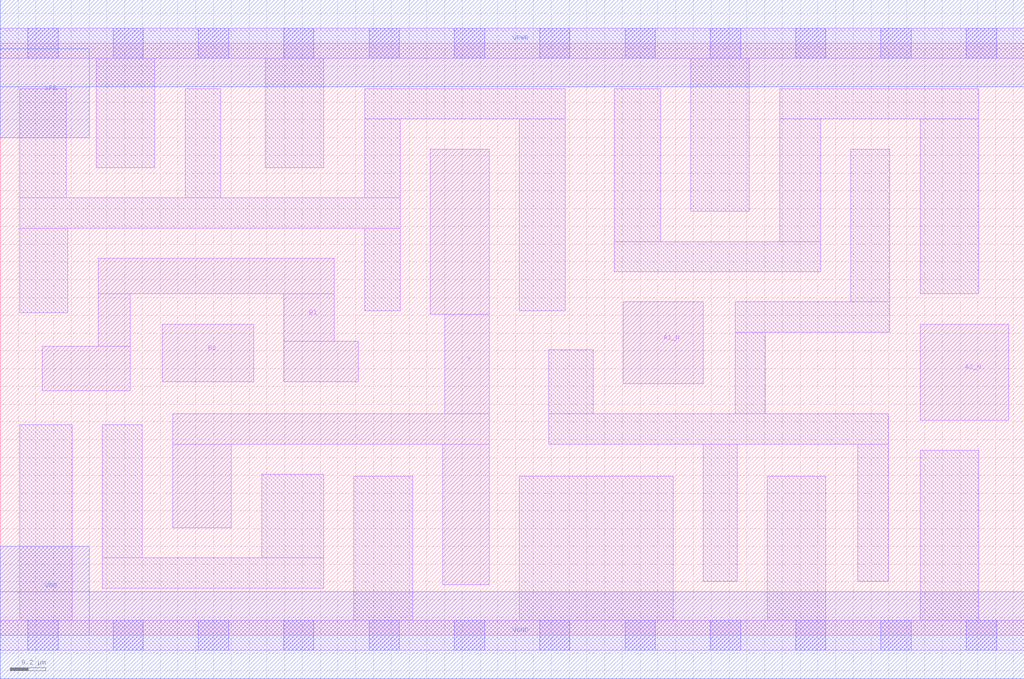
<source format=lef>
# Copyright 2020 The SkyWater PDK Authors
#
# Licensed under the Apache License, Version 2.0 (the "License");
# you may not use this file except in compliance with the License.
# You may obtain a copy of the License at
#
#     https://www.apache.org/licenses/LICENSE-2.0
#
# Unless required by applicable law or agreed to in writing, software
# distributed under the License is distributed on an "AS IS" BASIS,
# WITHOUT WARRANTIES OR CONDITIONS OF ANY KIND, either express or implied.
# See the License for the specific language governing permissions and
# limitations under the License.
#
# SPDX-License-Identifier: Apache-2.0

VERSION 5.5 ;
NAMESCASESENSITIVE ON ;
BUSBITCHARS "[]" ;
DIVIDERCHAR "/" ;
MACRO sky130_fd_sc_lp__a2bb2oi_2
  CLASS CORE ;
  SOURCE USER ;
  ORIGIN  0.000000  0.000000 ;
  SIZE  5.760000 BY  3.330000 ;
  SYMMETRY X Y R90 ;
  SITE unit ;
  PIN A1_N
    ANTENNAGATEAREA  0.630000 ;
    DIRECTION INPUT ;
    USE SIGNAL ;
    PORT
      LAYER li1 ;
        RECT 3.505000 1.415000 3.955000 1.875000 ;
    END
  END A1_N
  PIN A2_N
    ANTENNAGATEAREA  0.630000 ;
    DIRECTION INPUT ;
    USE SIGNAL ;
    PORT
      LAYER li1 ;
        RECT 5.175000 1.210000 5.675000 1.750000 ;
    END
  END A2_N
  PIN B1
    ANTENNAGATEAREA  0.630000 ;
    DIRECTION INPUT ;
    USE SIGNAL ;
    PORT
      LAYER li1 ;
        RECT 0.235000 1.375000 0.730000 1.625000 ;
        RECT 0.550000 1.625000 0.730000 1.920000 ;
        RECT 0.550000 1.920000 1.880000 2.120000 ;
        RECT 1.595000 1.425000 2.015000 1.655000 ;
        RECT 1.595000 1.655000 1.880000 1.920000 ;
    END
  END B1
  PIN B2
    ANTENNAGATEAREA  0.630000 ;
    DIRECTION INPUT ;
    USE SIGNAL ;
    PORT
      LAYER li1 ;
        RECT 0.910000 1.425000 1.425000 1.750000 ;
    END
  END B2
  PIN Y
    ANTENNADIFFAREA  0.823200 ;
    DIRECTION OUTPUT ;
    USE SIGNAL ;
    PORT
      LAYER li1 ;
        RECT 0.970000 0.605000 1.300000 1.075000 ;
        RECT 0.970000 1.075000 2.750000 1.245000 ;
        RECT 2.420000 1.805000 2.750000 2.735000 ;
        RECT 2.490000 0.285000 2.750000 1.075000 ;
        RECT 2.500000 1.245000 2.750000 1.805000 ;
    END
  END Y
  PIN VGND
    DIRECTION INOUT ;
    USE GROUND ;
    PORT
      LAYER met1 ;
        RECT 0.000000 -0.245000 5.760000 0.245000 ;
    END
  END VGND
  PIN VNB
    DIRECTION INOUT ;
    USE GROUND ;
    PORT
      LAYER met1 ;
        RECT 0.000000 0.000000 0.500000 0.500000 ;
    END
  END VNB
  PIN VPB
    DIRECTION INOUT ;
    USE POWER ;
    PORT
      LAYER met1 ;
        RECT 0.000000 2.800000 0.500000 3.300000 ;
    END
  END VPB
  PIN VPWR
    DIRECTION INOUT ;
    USE POWER ;
    PORT
      LAYER met1 ;
        RECT 0.000000 3.085000 5.760000 3.575000 ;
    END
  END VPWR
  OBS
    LAYER li1 ;
      RECT 0.000000 -0.085000 5.760000 0.085000 ;
      RECT 0.000000  3.245000 5.760000 3.415000 ;
      RECT 0.110000  0.085000 0.405000 1.185000 ;
      RECT 0.110000  1.815000 0.380000 2.290000 ;
      RECT 0.110000  2.290000 2.250000 2.460000 ;
      RECT 0.110000  2.460000 0.370000 3.075000 ;
      RECT 0.540000  2.630000 0.870000 3.245000 ;
      RECT 0.575000  0.265000 1.820000 0.435000 ;
      RECT 0.575000  0.435000 0.800000 1.185000 ;
      RECT 1.040000  2.460000 1.240000 3.075000 ;
      RECT 1.470000  0.435000 1.820000 0.905000 ;
      RECT 1.490000  2.630000 1.820000 3.245000 ;
      RECT 1.990000  0.085000 2.320000 0.895000 ;
      RECT 2.050000  1.825000 2.250000 2.290000 ;
      RECT 2.050000  2.460000 2.250000 2.905000 ;
      RECT 2.050000  2.905000 3.180000 3.075000 ;
      RECT 2.920000  0.085000 3.785000 0.895000 ;
      RECT 2.920000  1.825000 3.180000 2.905000 ;
      RECT 3.085000  1.075000 4.995000 1.245000 ;
      RECT 3.085000  1.245000 3.335000 1.605000 ;
      RECT 3.455000  2.045000 4.615000 2.215000 ;
      RECT 3.455000  2.215000 3.715000 3.075000 ;
      RECT 3.885000  2.385000 4.215000 3.245000 ;
      RECT 3.955000  0.305000 4.145000 1.075000 ;
      RECT 4.135000  1.245000 4.305000 1.705000 ;
      RECT 4.135000  1.705000 5.005000 1.875000 ;
      RECT 4.315000  0.085000 4.645000 0.895000 ;
      RECT 4.385000  2.215000 4.615000 2.905000 ;
      RECT 4.385000  2.905000 5.505000 3.075000 ;
      RECT 4.785000  1.875000 5.005000 2.735000 ;
      RECT 4.825000  0.305000 4.995000 1.075000 ;
      RECT 5.175000  0.085000 5.505000 1.040000 ;
      RECT 5.175000  1.920000 5.505000 2.905000 ;
    LAYER mcon ;
      RECT 0.155000 -0.085000 0.325000 0.085000 ;
      RECT 0.155000  3.245000 0.325000 3.415000 ;
      RECT 0.635000 -0.085000 0.805000 0.085000 ;
      RECT 0.635000  3.245000 0.805000 3.415000 ;
      RECT 1.115000 -0.085000 1.285000 0.085000 ;
      RECT 1.115000  3.245000 1.285000 3.415000 ;
      RECT 1.595000 -0.085000 1.765000 0.085000 ;
      RECT 1.595000  3.245000 1.765000 3.415000 ;
      RECT 2.075000 -0.085000 2.245000 0.085000 ;
      RECT 2.075000  3.245000 2.245000 3.415000 ;
      RECT 2.555000 -0.085000 2.725000 0.085000 ;
      RECT 2.555000  3.245000 2.725000 3.415000 ;
      RECT 3.035000 -0.085000 3.205000 0.085000 ;
      RECT 3.035000  3.245000 3.205000 3.415000 ;
      RECT 3.515000 -0.085000 3.685000 0.085000 ;
      RECT 3.515000  3.245000 3.685000 3.415000 ;
      RECT 3.995000 -0.085000 4.165000 0.085000 ;
      RECT 3.995000  3.245000 4.165000 3.415000 ;
      RECT 4.475000 -0.085000 4.645000 0.085000 ;
      RECT 4.475000  3.245000 4.645000 3.415000 ;
      RECT 4.955000 -0.085000 5.125000 0.085000 ;
      RECT 4.955000  3.245000 5.125000 3.415000 ;
      RECT 5.435000 -0.085000 5.605000 0.085000 ;
      RECT 5.435000  3.245000 5.605000 3.415000 ;
  END
END sky130_fd_sc_lp__a2bb2oi_2

</source>
